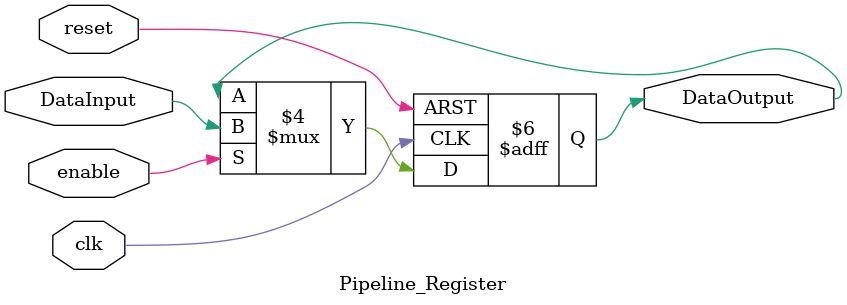
<source format=v>
module Pipeline_Register
#(
	parameter N=1
)
(
	input clk,
	input reset,
	input enable,
	input  [N-1:0] DataInput,
	
	
	output reg [N-1:0] DataOutput
);

always@(negedge reset or negedge clk) begin
	if(reset==0)
		DataOutput <= 0;
	else	
		if(enable==1)
			DataOutput<=DataInput;
end

endmodule
</source>
